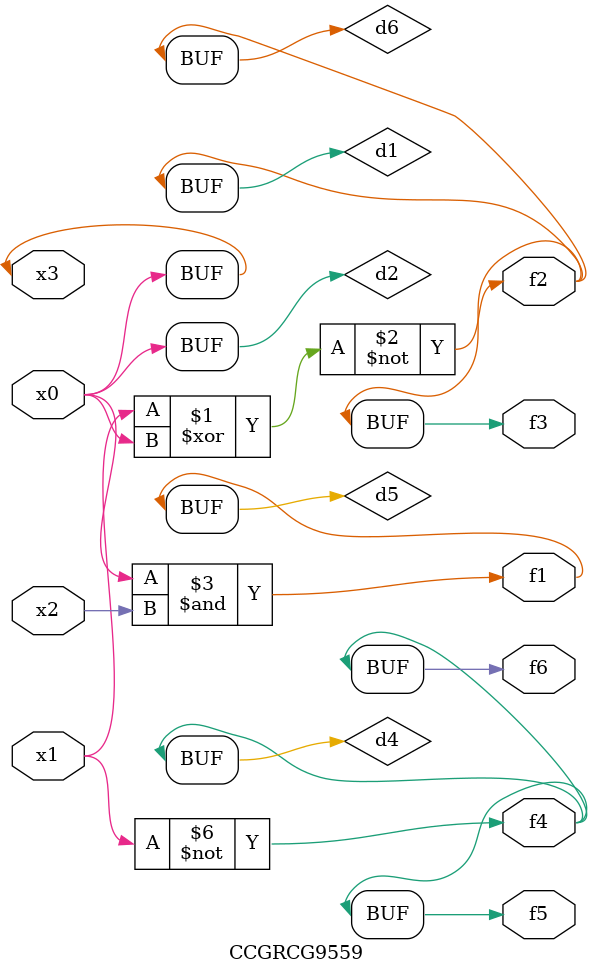
<source format=v>
module CCGRCG9559(
	input x0, x1, x2, x3,
	output f1, f2, f3, f4, f5, f6
);

	wire d1, d2, d3, d4, d5, d6;

	xnor (d1, x1, x3);
	buf (d2, x0, x3);
	nand (d3, x0, x2);
	not (d4, x1);
	nand (d5, d3);
	or (d6, d1);
	assign f1 = d5;
	assign f2 = d6;
	assign f3 = d6;
	assign f4 = d4;
	assign f5 = d4;
	assign f6 = d4;
endmodule

</source>
